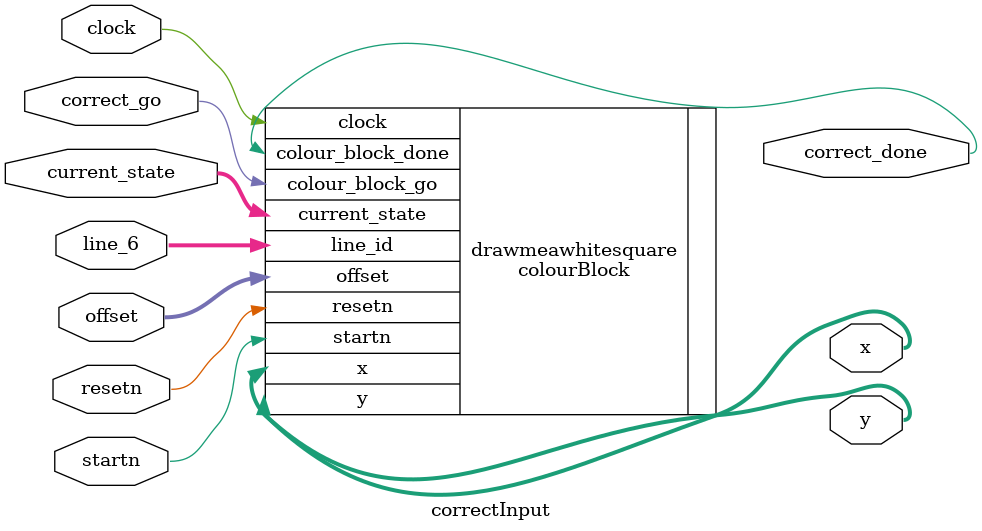
<source format=v>
module correctInput(
	input clock,
		correct_go,
		resetn,
		startn,
	input [2:0] line_6,
	input [5:0] offset,
	input [5:0] current_state,
	output correct_done, //use this as the signal to clear line 6 of the register
	output [8:0] x,
	output [7:0] y
	);
	
	colourBlock drawmeawhitesquare (
		.clock(clock),
		.colour_block_go(correct_go),
		.resetn(resetn),
		.startn(startn),
		.current_state(current_state[5:0]),
		.line_id(line_6[2:0]),
		.offset(offset[5:0]),
		.colour_block_done(correct_done),
		.x(x[8:0]),
		.y(y[7:0])
		);
	
endmodule

</source>
